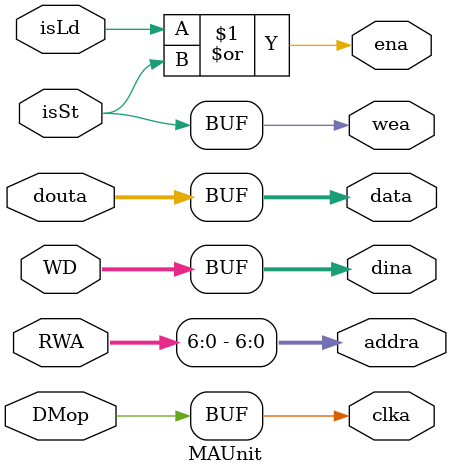
<source format=v>
`timescale 1s/1ms
module MAUnit(
            //For Module
          data, 
		  DMop, RWA, WD, isLd, isSt,
		  //For Data Memory Interface
		  clka, ena, wea, addra, dina,
		  douta
		  );
   //Module Specific
   input[31:0]  WD;
   input [31 : 0] RWA;
   input 	isLd, isSt, DMop;
   output wire  [31:0] data;
   
   //To be sent to Data Memory
   output clka, ena, wea;
   output [6 : 0] addra;
   output [31 : 0] dina;
   input [31 : 0] douta;
   
   // Data Memory Ports Assignments
   assign clka = DMop;      //Data Memory Reads or Writes on positive edge of DMop. Controlled by SyncController.
   assign ena = isLd | isSt;    //Dama Memory is to be used when the Instruction is Load or Store.
   assign wea = isSt;   //Writes to Data Memory only on Store instruction
   assign addra = RWA;  //Address to be accessed is RWA(Read/Write Address) 
   assign dina = WD;    //WD (Write Data) is the data that needs to be written into the memory in case of Store.
   assign data = douta; //Output of Memory Access Unit is the data of Data Memory when Read.

endmodule //


</source>
